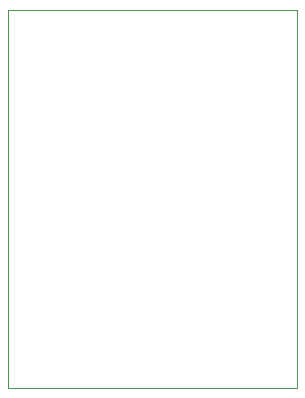
<source format=gm1>
G04 #@! TF.GenerationSoftware,KiCad,Pcbnew,7.0.7*
G04 #@! TF.CreationDate,2024-04-01T22:47:38-04:00*
G04 #@! TF.ProjectId,sensor_node,73656e73-6f72-45f6-9e6f-64652e6b6963,rev?*
G04 #@! TF.SameCoordinates,Original*
G04 #@! TF.FileFunction,Profile,NP*
%FSLAX46Y46*%
G04 Gerber Fmt 4.6, Leading zero omitted, Abs format (unit mm)*
G04 Created by KiCad (PCBNEW 7.0.7) date 2024-04-01 22:47:38*
%MOMM*%
%LPD*%
G01*
G04 APERTURE LIST*
G04 #@! TA.AperFunction,Profile*
%ADD10C,0.100000*%
G04 #@! TD*
G04 APERTURE END LIST*
D10*
X160338419Y-120100000D02*
X135838418Y-120100000D01*
X135838416Y-88100002D01*
X160338417Y-88100000D01*
X160338419Y-120100000D01*
M02*

</source>
